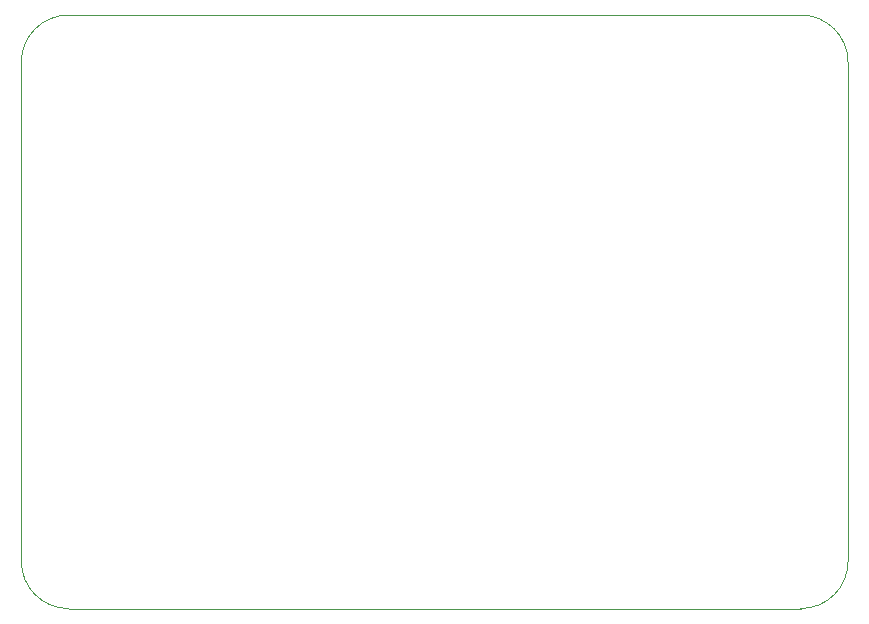
<source format=gbr>
%TF.GenerationSoftware,KiCad,Pcbnew,(6.0.2)*%
%TF.CreationDate,2022-04-08T16:17:17-05:00*%
%TF.ProjectId,Tlapixki-HelloWorld,546c6170-6978-46b6-992d-48656c6c6f57,rev?*%
%TF.SameCoordinates,Original*%
%TF.FileFunction,Profile,NP*%
%FSLAX46Y46*%
G04 Gerber Fmt 4.6, Leading zero omitted, Abs format (unit mm)*
G04 Created by KiCad (PCBNEW (6.0.2)) date 2022-04-08 16:17:17*
%MOMM*%
%LPD*%
G01*
G04 APERTURE LIST*
%TA.AperFunction,Profile*%
%ADD10C,0.100000*%
%TD*%
G04 APERTURE END LIST*
D10*
X127000000Y-101250000D02*
G75*
G03*
X123000000Y-97250000I-4000000J0D01*
G01*
X61000000Y-147500000D02*
X123000000Y-147500000D01*
X57000000Y-143500000D02*
G75*
G03*
X61000000Y-147500000I4000000J0D01*
G01*
X61000000Y-97250000D02*
G75*
G03*
X57000000Y-101250000I0J-4000000D01*
G01*
X123000000Y-147500000D02*
G75*
G03*
X127000000Y-143500000I0J4000000D01*
G01*
X127000000Y-143500000D02*
X127000000Y-101250000D01*
X57000000Y-101250000D02*
X57000000Y-143500000D01*
X123000000Y-97250000D02*
X61000000Y-97250000D01*
M02*

</source>
